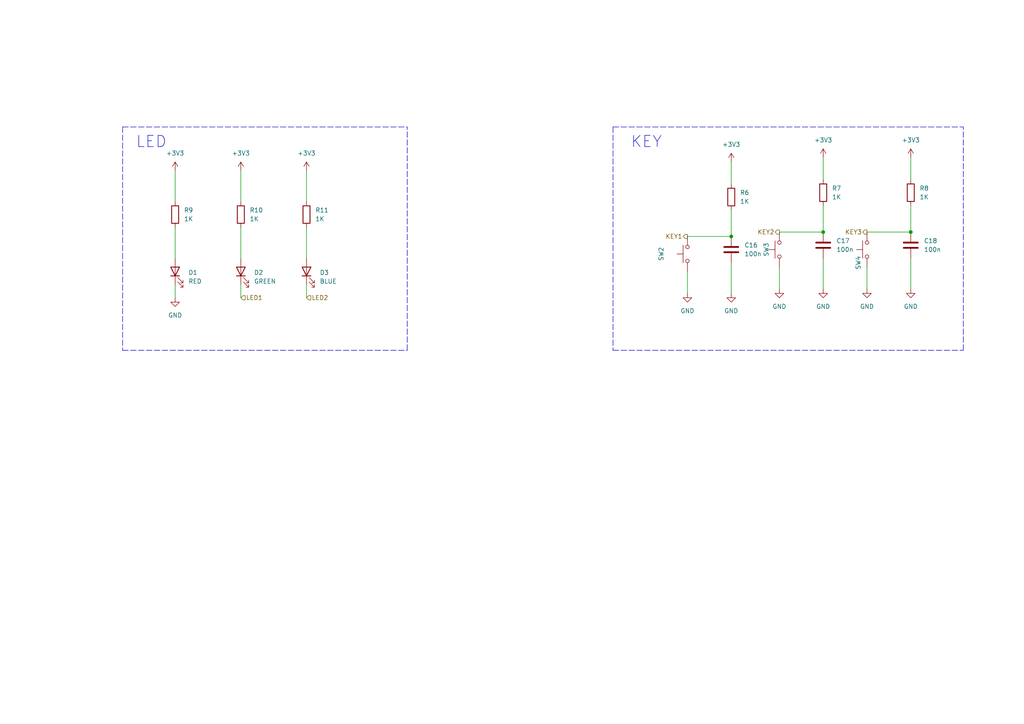
<source format=kicad_sch>
(kicad_sch (version 20211123) (generator eeschema)
  (paper "A4")
  (lib_symbols
    (symbol "Device:C" (pin_numbers hide) (pin_names (offset 0.254))
      (property "Reference" "C" (at 0.635 2.54 0))
      (property "Value" "C" (at 0.635 -2.54 0))
      (symbol "C_0_1"
        (polyline (pts (xy -2.032 -0.762) (xy 2.032 -0.762)) (stroke (width 0.508)))
        (polyline (pts (xy -2.032 0.762) (xy 2.032 0.762)) (stroke (width 0.508)))
      )
      (symbol "C_1_1"
        (pin passive line (at 0 3.81 270) (length 2.794) (name "~") (number "1"))
        (pin passive line (at 0 -3.81 90) (length 2.794) (name "~") (number "2"))
      )
    )
    (symbol "Device:LED" (pin_numbers hide) (pin_names (offset 1.016) hide)
      (property "Reference" "D" (at 0 2.54 0))
      (property "Value" "LED" (at 0 -2.54 0))
      (symbol "LED_0_1"
        (polyline (pts (xy -1.27 -1.27) (xy -1.27 1.27)) (stroke (width 0.254)))
        (polyline (pts (xy -1.27 0) (xy 1.27 0)))
        (polyline (pts (xy 1.27 -1.27) (xy 1.27 1.27) (xy -1.27 0) (xy 1.27 -1.27)) (stroke (width 0.254)))
        (polyline (pts (xy -3.048 -0.762) (xy -4.572 -2.286) (xy -3.81 -2.286) (xy -4.572 -2.286) (xy -4.572 -1.524)))
        (polyline (pts (xy -1.778 -0.762) (xy -3.302 -2.286) (xy -2.54 -2.286) (xy -3.302 -2.286) (xy -3.302 -1.524)))
      )
      (symbol "LED_1_1"
        (pin passive line (at -3.81 0 0) (length 2.54) (name "K") (number "1"))
        (pin passive line (at 3.81 0 180) (length 2.54) (name "A") (number "2"))
      )
    )
    (symbol "Device:R" (pin_numbers hide) (pin_names (offset 0))
      (property "Reference" "R" (at 2.032 0 90))
      (property "Value" "R" (at 0 0 90))
      (symbol "R_0_1"
        (rectangle (start -1.016 -2.54) (end 1.016 2.54) (stroke (width 0.254)))
      )
      (symbol "R_1_1"
        (pin passive line (at 0 3.81 270) (length 1.27) (name "~") (number "1"))
        (pin passive line (at 0 -3.81 90) (length 1.27) (name "~") (number "2"))
      )
    )
    (symbol "Switch:SW_Push" (pin_numbers hide) (pin_names (offset 1.016) hide)
      (property "Reference" "SW" (at 1.27 2.54 0))
      (property "Value" "SW_Push" (at 0 -1.524 0))
      (symbol "SW_Push_0_1"
        (circle (center -2.032 0) (radius 0.508))
        (polyline (pts (xy 0 1.27) (xy 0 3.048)))
        (polyline (pts (xy 2.54 1.27) (xy -2.54 1.27)))
        (circle (center 2.032 0) (radius 0.508))
        (pin passive line (at -5.08 0 0) (length 2.54) (name "1") (number "1"))
        (pin passive line (at 5.08 0 180) (length 2.54) (name "2") (number "2"))
      )
    )
    (symbol "power:+3V3" (power) (pin_names (offset 0))
      (property "Value" "+3V3" (at 0 3.556 0))
      (symbol "+3V3_0_1"
        (polyline (pts (xy -0.762 1.27) (xy 0 2.54)))
        (polyline (pts (xy 0 0) (xy 0 2.54)))
        (polyline (pts (xy 0 2.54) (xy 0.762 1.27)))
      )
      (symbol "+3V3_1_1"
        (pin power_in line (at 0 0 90) (length 0) hide (name "+3V3") (number "1"))
      )
    )
    (symbol "power:GND" (power) (pin_names (offset 0))
      (property "Value" "GND" (at 0 -3.81 0))
      (symbol "GND_0_1"
        (polyline (pts (xy 0 0) (xy 0 -1.27) (xy 1.27 -1.27) (xy 0 -2.54) (xy -1.27 -1.27) (xy 0 -1.27)))
      )
      (symbol "GND_1_1"
        (pin power_in line (at 0 0 270) (length 0) hide (name "GND") (number "1"))
      )
    )
  )
  (junction (at 264.16 67.31))
  (junction (at 212.09 68.58))
  (junction (at 238.76 67.31))
  (wire (pts (xy 88.9 82.55) (xy 88.9 86.36)))
  (wire (pts (xy 69.85 82.55) (xy 69.85 86.36)))
  (polyline (pts (xy 279.4 101.6) (xy 279.4 36.83)))
  (wire (pts (xy 238.76 74.93) (xy 238.76 83.82)))
  (wire (pts (xy 212.09 76.2) (xy 212.09 85.09)))
  (polyline (pts (xy 35.56 101.6) (xy 118.11 101.6)))
  (polyline (pts (xy 35.56 36.83) (xy 118.11 36.83)))
  (polyline (pts (xy 35.56 36.83) (xy 35.56 101.6)))
  (polyline (pts (xy 118.11 101.6) (xy 118.11 36.83)))
  (wire (pts (xy 212.09 68.58) (xy 199.39 68.58)))
  (polyline (pts (xy 177.8 36.83) (xy 177.8 101.6)))
  (wire (pts (xy 69.85 66.04) (xy 69.85 74.93)))
  (wire (pts (xy 238.76 67.31) (xy 226.06 67.31)))
  (wire (pts (xy 264.16 74.93) (xy 264.16 83.82)))
  (wire (pts (xy 264.16 45.72) (xy 264.16 52.07)))
  (wire (pts (xy 238.76 45.72) (xy 238.76 52.07)))
  (wire (pts (xy 50.8 82.55) (xy 50.8 86.36)))
  (wire (pts (xy 226.06 77.47) (xy 226.06 83.82)))
  (wire (pts (xy 238.76 67.31) (xy 238.76 59.69)))
  (wire (pts (xy 50.8 49.53) (xy 50.8 58.42)))
  (wire (pts (xy 264.16 67.31) (xy 251.46 67.31)))
  (polyline (pts (xy 177.8 101.6) (xy 279.4 101.6)))
  (wire (pts (xy 264.16 67.31) (xy 264.16 59.69)))
  (wire (pts (xy 199.39 78.74) (xy 199.39 85.09)))
  (polyline (pts (xy 177.8 36.83) (xy 279.4 36.83)))
  (wire (pts (xy 88.9 66.04) (xy 88.9 74.93)))
  (wire (pts (xy 212.09 68.58) (xy 212.09 60.96)))
  (wire (pts (xy 88.9 49.53) (xy 88.9 58.42)))
  (wire (pts (xy 50.8 66.04) (xy 50.8 74.93)))
  (wire (pts (xy 212.09 46.99) (xy 212.09 53.34)))
  (wire (pts (xy 251.46 77.47) (xy 251.46 83.82)))
  (wire (pts (xy 69.85 49.53) (xy 69.85 58.42)))
  (text "KEY" (at 182.88 43.18 0) (effects (font (size 3.27 3.27)) (justify left bottom)))
  (text "LED" (at 39.37 43.18 0) (effects (font (size 3.27 3.27)) (justify left bottom)))
  (hierarchical_label "LED2" (shape input) (at 88.9 86.36 0))
  (hierarchical_label "KEY2" (shape output) (at 226.06 67.31 180))
  (hierarchical_label "LED1" (shape input) (at 69.85 86.36 0))
  (hierarchical_label "KEY1" (shape output) (at 199.39 68.58 180))
  (hierarchical_label "KEY3" (shape output) (at 251.46 67.31 180))
  (symbol (lib_id "Device:LED") (at 88.9 78.74 90) (unit 1)
    (property "Reference" "D3" (at 92.71 79.0574 90) (effects (justify right)))
    (property "Value" "BLUE" (at 92.71 81.5974 90) (effects (justify right)))
    (property "Footprint" "LED_SMD:LED_0603_1608Metric" (effects hide))
  )
  (symbol (lib_id "Switch:SW_Push") (at 251.46 72.39 90) (unit 1)
    (property "Reference" "SW4" (at 248.92 76.2 0))
    (property "Value" "SW_Push" (effects hide))
    (property "Footprint" "Package_TO_SOT_SMD:TSOT-23" (effects hide))
  )
  (symbol (lib_id "power:+3V3") (at 88.9 49.53 0) (unit 1)
    (property "Reference" "#PWR0136" (effects hide))
    (property "Value" "+3V3" (at 88.9 44.45 0))
  )
  (symbol (lib_id "Device:R") (at 238.76 55.88 0) (unit 1)
    (property "Reference" "R7" (at 241.3 54.6099 0) (effects (justify left)))
    (property "Value" "1K" (at 241.3 57.1499 0) (effects (justify left)))
    (property "Footprint" "Package_TO_SOT_SMD:SOT-23" (effects hide))
  )
  (symbol (lib_id "Device:LED") (at 50.8 78.74 90) (unit 1)
    (property "Reference" "D1" (at 54.61 79.0574 90) (effects (justify right)))
    (property "Value" "RED" (at 54.61 81.5974 90) (effects (justify right)))
    (property "Footprint" "LED_SMD:LED_0603_1608Metric" (effects hide))
  )
  (symbol (lib_id "power:GND") (at 50.8 86.36 0) (unit 1)
    (property "Reference" "#PWR0137" (effects hide))
    (property "Value" "GND" (at 50.8 91.44 0))
  )
  (symbol (lib_id "Switch:SW_Push") (at 199.39 73.66 90) (unit 1)
    (property "Reference" "SW2" (at 191.77 73.66 0))
    (property "Value" "SW_Push" (effects hide))
    (property "Footprint" "Package_TO_SOT_SMD:TSOT-23" (effects hide))
  )
  (symbol (lib_id "power:+3V3") (at 50.8 49.53 0) (unit 1)
    (property "Reference" "#PWR0139" (effects hide))
    (property "Value" "+3V3" (at 50.8 44.45 0))
  )
  (symbol (lib_id "Device:R") (at 69.85 62.23 0) (unit 1)
    (property "Reference" "R10" (at 72.39 60.9599 0) (effects (justify left)))
    (property "Value" "1K" (at 72.39 63.4999 0) (effects (justify left)))
    (property "Footprint" "Package_TO_SOT_SMD:SOT-23" (effects hide))
  )
  (symbol (lib_id "power:GND") (at 251.46 83.82 0) (unit 1)
    (property "Reference" "#PWR0141" (effects hide))
    (property "Value" "GND" (at 251.46 88.9 0))
  )
  (symbol (lib_id "Device:C") (at 238.76 71.12 0) (unit 1)
    (property "Reference" "C17" (at 242.57 69.8499 0) (effects (justify left)))
    (property "Value" "100n" (at 242.57 72.3899 0) (effects (justify left)))
    (property "Footprint" "Capacitor_SMD:C_0603_1608Metric" (effects hide))
  )
  (symbol (lib_id "power:+3V3") (at 264.16 45.72 0) (unit 1)
    (property "Reference" "#PWR0143" (effects hide))
    (property "Value" "+3V3" (at 264.16 40.64 0))
  )
  (symbol (lib_id "Device:R") (at 50.8 62.23 0) (unit 1)
    (property "Reference" "R9" (at 53.34 60.9599 0) (effects (justify left)))
    (property "Value" "1K" (at 53.34 63.4999 0) (effects (justify left)))
    (property "Footprint" "Package_TO_SOT_SMD:SOT-23" (effects hide))
  )
  (symbol (lib_id "Device:R") (at 212.09 57.15 0) (unit 1)
    (property "Reference" "R6" (at 214.63 55.8799 0) (effects (justify left)))
    (property "Value" "1K" (at 214.63 58.4199 0) (effects (justify left)))
    (property "Footprint" "Package_TO_SOT_SMD:SOT-23" (effects hide))
  )
  (symbol (lib_id "Device:LED") (at 69.85 78.74 90) (unit 1)
    (property "Reference" "D2" (at 73.66 79.0574 90) (effects (justify right)))
    (property "Value" "GREEN" (at 73.66 81.5974 90) (effects (justify right)))
    (property "Footprint" "LED_SMD:LED_0603_1608Metric" (effects hide))
  )
  (symbol (lib_id "power:+3V3") (at 69.85 49.53 0) (unit 1)
    (property "Reference" "#PWR0138" (effects hide))
    (property "Value" "+3V3" (at 69.85 44.45 0))
  )
  (symbol (lib_id "power:GND") (at 238.76 83.82 0) (unit 1)
    (property "Reference" "#PWR0140" (effects hide))
    (property "Value" "GND" (at 238.76 88.9 0))
  )
  (symbol (lib_id "power:GND") (at 212.09 85.09 0) (unit 1)
    (property "Reference" "#PWR0132" (effects hide))
    (property "Value" "GND" (at 212.09 90.17 0))
  )
  (symbol (lib_id "power:GND") (at 226.06 83.82 0) (unit 1)
    (property "Reference" "#PWR0133" (effects hide))
    (property "Value" "GND" (at 226.06 88.9 0))
  )
  (symbol (lib_id "Device:C") (at 212.09 72.39 0) (unit 1)
    (property "Reference" "C16" (at 215.9 71.1199 0) (effects (justify left)))
    (property "Value" "100n" (at 215.9 73.6599 0) (effects (justify left)))
    (property "Footprint" "Capacitor_SMD:C_0603_1608Metric" (effects hide))
  )
  (symbol (lib_id "power:GND") (at 264.16 83.82 0) (unit 1)
    (property "Reference" "#PWR0134" (effects hide))
    (property "Value" "GND" (at 264.16 88.9 0))
  )
  (symbol (lib_id "power:+3V3") (at 238.76 45.72 0) (unit 1)
    (property "Reference" "#PWR0142" (effects hide))
    (property "Value" "+3V3" (at 238.76 40.64 0))
  )
  (symbol (lib_id "power:GND") (at 199.39 85.09 0) (unit 1)
    (property "Reference" "#PWR0131" (effects hide))
    (property "Value" "GND" (at 199.39 90.17 0))
  )
  (symbol (lib_id "Switch:SW_Push") (at 226.06 72.39 90) (unit 1)
    (property "Reference" "SW3" (at 222.25 72.39 0))
    (property "Value" "SW_Push" (effects hide))
    (property "Footprint" "Package_TO_SOT_SMD:TSOT-23" (effects hide))
  )
  (symbol (lib_id "Device:C") (at 264.16 71.12 0) (unit 1)
    (property "Reference" "C18" (at 267.97 69.8499 0) (effects (justify left)))
    (property "Value" "100n" (at 267.97 72.3899 0) (effects (justify left)))
    (property "Footprint" "Capacitor_SMD:C_0603_1608Metric" (effects hide))
  )
  (symbol (lib_id "Device:R") (at 88.9 62.23 0) (unit 1)
    (property "Reference" "R11" (at 91.44 60.9599 0) (effects (justify left)))
    (property "Value" "1K" (at 91.44 63.4999 0) (effects (justify left)))
    (property "Footprint" "Package_TO_SOT_SMD:SOT-23" (effects hide))
  )
  (symbol (lib_id "power:+3V3") (at 212.09 46.99 0) (unit 1)
    (property "Reference" "#PWR0135" (effects hide))
    (property "Value" "+3V3" (at 212.09 41.91 0))
  )
  (symbol (lib_id "Device:R") (at 264.16 55.88 0) (unit 1)
    (property "Reference" "R8" (at 266.7 54.6099 0) (effects (justify left)))
    (property "Value" "1K" (at 266.7 57.1499 0) (effects (justify left)))
    (property "Footprint" "Package_TO_SOT_SMD:SOT-23" (effects hide))
  )
)
</source>
